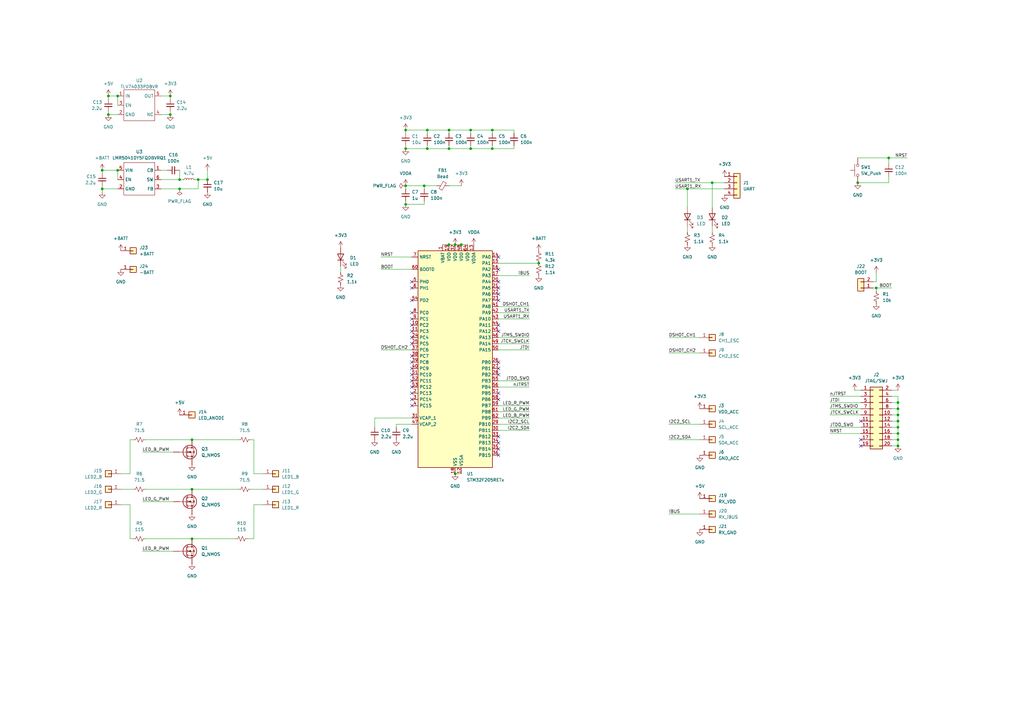
<source format=kicad_sch>
(kicad_sch (version 20250114) (generator "eeschema") (generator_version "9.0")
  (paper "A3")
  (junction (at 166.37 53.34))
  (junction (at 368.3 172.72))
  (junction (at 69.85 46.99))
  (junction (at 193.04 53.34))
  (junction (at 175.26 53.34))
  (junction (at 81.28 73.66))
  (junction (at 186.69 100.33))
  (junction (at 41.91 77.47))
  (junction (at 281.94 77.47))
  (junction (at 201.93 60.96))
  (junction (at 193.04 60.96))
  (junction (at 184.15 100.33))
  (junction (at 85.09 73.66))
  (junction (at 78.74 200.66))
  (junction (at 166.37 76.2))
  (junction (at 359.41 118.11))
  (junction (at 368.3 165.1))
  (junction (at 184.15 60.96))
  (junction (at 364.49 64.77))
  (junction (at 368.3 167.64))
  (junction (at 173.99 76.2))
  (junction (at 41.91 69.85))
  (junction (at 368.3 177.8))
  (junction (at 175.26 60.96))
  (junction (at 48.26 69.85))
  (junction (at 220.98 107.95))
  (junction (at 166.37 83.82))
  (junction (at 69.85 39.37))
  (junction (at 73.66 73.66))
  (junction (at 368.3 175.26))
  (junction (at 78.74 220.98))
  (junction (at 78.74 180.34))
  (junction (at 48.26 39.37))
  (junction (at 44.45 46.99))
  (junction (at 73.66 77.47))
  (junction (at 184.15 53.34))
  (junction (at 351.79 74.93))
  (junction (at 368.3 182.88))
  (junction (at 166.37 60.96))
  (junction (at 201.93 53.34))
  (junction (at 186.69 194.31))
  (junction (at 292.1 74.93))
  (junction (at 368.3 180.34))
  (junction (at 44.45 39.37))
  (junction (at 368.3 170.18))
  (junction (at 189.23 100.33))
  (no_connect (at 204.47 135.89))
  (no_connect (at 204.47 120.65))
  (no_connect (at 204.47 179.07))
  (no_connect (at 168.91 140.97))
  (no_connect (at 168.91 148.59))
  (no_connect (at 168.91 118.11))
  (no_connect (at 204.47 181.61))
  (no_connect (at 168.91 153.67))
  (no_connect (at 353.06 182.88))
  (no_connect (at 168.91 166.37))
  (no_connect (at 204.47 123.19))
  (no_connect (at 204.47 163.83))
  (no_connect (at 204.47 118.11))
  (no_connect (at 204.47 148.59))
  (no_connect (at 204.47 133.35))
  (no_connect (at 168.91 115.57))
  (no_connect (at 204.47 186.69))
  (no_connect (at 204.47 110.49))
  (no_connect (at 204.47 161.29))
  (no_connect (at 204.47 105.41))
  (no_connect (at 168.91 156.21))
  (no_connect (at 168.91 130.81))
  (no_connect (at 168.91 123.19))
  (no_connect (at 168.91 158.75))
  (no_connect (at 204.47 153.67))
  (no_connect (at 204.47 115.57))
  (no_connect (at 168.91 161.29))
  (no_connect (at 168.91 128.27))
  (no_connect (at 168.91 138.43))
  (no_connect (at 353.06 180.34))
  (no_connect (at 168.91 146.05))
  (no_connect (at 204.47 151.13))
  (no_connect (at 353.06 172.72))
  (no_connect (at 168.91 151.13))
  (no_connect (at 168.91 133.35))
  (no_connect (at 204.47 184.15))
  (no_connect (at 168.91 135.89))
  (no_connect (at 168.91 163.83))
  (wire (pts (xy 365.76 182.88) (xy 368.3 182.88)))
  (wire (pts (xy 156.21 110.49) (xy 168.91 110.49)))
  (wire (pts (xy 48.26 39.37) (xy 48.26 43.18)))
  (wire (pts (xy 204.47 168.91) (xy 217.17 168.91)))
  (wire (pts (xy 44.45 46.99) (xy 48.26 46.99)))
  (wire (pts (xy 365.76 172.72) (xy 368.3 172.72)))
  (wire (pts (xy 104.14 194.31) (xy 107.95 194.31)))
  (wire (pts (xy 184.15 53.34) (xy 184.15 54.61)))
  (wire (pts (xy 359.41 118.11) (xy 365.76 118.11)))
  (wire (pts (xy 364.49 64.77) (xy 351.79 64.77)))
  (wire (pts (xy 104.14 207.01) (xy 107.95 207.01)))
  (wire (pts (xy 53.34 220.98) (xy 53.34 207.01)))
  (wire (pts (xy 287.02 144.78) (xy 274.32 144.78)))
  (wire (pts (xy 85.09 69.85) (xy 85.09 73.66)))
  (wire (pts (xy 78.74 180.34) (xy 97.79 180.34)))
  (wire (pts (xy 184.15 76.2) (xy 189.23 76.2)))
  (wire (pts (xy 368.3 180.34) (xy 368.3 182.88)))
  (wire (pts (xy 204.47 130.81) (xy 217.17 130.81)))
  (wire (pts (xy 368.3 160.02) (xy 365.76 160.02)))
  (wire (pts (xy 281.94 85.09) (xy 281.94 77.47)))
  (wire (pts (xy 193.04 53.34) (xy 201.93 53.34)))
  (wire (pts (xy 201.93 60.96) (xy 201.93 59.69)))
  (wire (pts (xy 217.17 138.43) (xy 204.47 138.43)))
  (wire (pts (xy 287.02 138.43) (xy 274.32 138.43)))
  (wire (pts (xy 292.1 74.93) (xy 276.86 74.93)))
  (wire (pts (xy 166.37 53.34) (xy 175.26 53.34)))
  (wire (pts (xy 81.28 73.66) (xy 80.01 73.66)))
  (wire (pts (xy 184.15 53.34) (xy 193.04 53.34)))
  (wire (pts (xy 364.49 72.39) (xy 364.49 74.93)))
  (wire (pts (xy 204.47 171.45) (xy 217.17 171.45)))
  (wire (pts (xy 365.76 177.8) (xy 368.3 177.8)))
  (wire (pts (xy 59.69 220.98) (xy 78.74 220.98)))
  (wire (pts (xy 359.41 111.76) (xy 359.41 115.57)))
  (wire (pts (xy 368.3 177.8) (xy 368.3 180.34)))
  (wire (pts (xy 81.28 77.47) (xy 81.28 73.66)))
  (wire (pts (xy 189.23 100.33) (xy 191.77 100.33)))
  (wire (pts (xy 166.37 76.2) (xy 173.99 76.2)))
  (wire (pts (xy 104.14 180.34) (xy 104.14 194.31)))
  (wire (pts (xy 358.14 118.11) (xy 359.41 118.11)))
  (wire (pts (xy 210.82 54.61) (xy 210.82 53.34)))
  (wire (pts (xy 365.76 162.56) (xy 368.3 162.56)))
  (wire (pts (xy 166.37 60.96) (xy 175.26 60.96)))
  (wire (pts (xy 53.34 180.34) (xy 53.34 194.31)))
  (wire (pts (xy 102.87 200.66) (xy 107.95 200.66)))
  (wire (pts (xy 59.69 180.34) (xy 78.74 180.34)))
  (wire (pts (xy 274.32 180.34) (xy 287.02 180.34)))
  (wire (pts (xy 173.99 76.2) (xy 179.07 76.2)))
  (wire (pts (xy 71.12 185.42) (xy 58.42 185.42)))
  (wire (pts (xy 340.36 177.8) (xy 353.06 177.8)))
  (wire (pts (xy 73.66 77.47) (xy 81.28 77.47)))
  (wire (pts (xy 66.04 73.66) (xy 73.66 73.66)))
  (wire (pts (xy 44.45 45.72) (xy 44.45 46.99)))
  (wire (pts (xy 175.26 60.96) (xy 184.15 60.96)))
  (wire (pts (xy 193.04 53.34) (xy 193.04 54.61)))
  (wire (pts (xy 162.56 175.26) (xy 162.56 173.99)))
  (wire (pts (xy 168.91 171.45) (xy 153.67 171.45)))
  (wire (pts (xy 201.93 53.34) (xy 201.93 54.61)))
  (wire (pts (xy 166.37 60.96) (xy 166.37 59.69)))
  (wire (pts (xy 297.18 74.93) (xy 292.1 74.93)))
  (wire (pts (xy 368.3 172.72) (xy 368.3 175.26)))
  (wire (pts (xy 204.47 113.03) (xy 217.17 113.03)))
  (wire (pts (xy 41.91 76.2) (xy 41.91 77.47)))
  (wire (pts (xy 193.04 60.96) (xy 193.04 59.69)))
  (wire (pts (xy 153.67 171.45) (xy 153.67 175.26)))
  (wire (pts (xy 204.47 128.27) (xy 217.17 128.27)))
  (wire (pts (xy 364.49 64.77) (xy 372.11 64.77)))
  (wire (pts (xy 184.15 100.33) (xy 186.69 100.33)))
  (wire (pts (xy 49.53 194.31) (xy 53.34 194.31)))
  (wire (pts (xy 358.14 115.57) (xy 359.41 115.57)))
  (wire (pts (xy 48.26 69.85) (xy 48.26 73.66)))
  (wire (pts (xy 204.47 166.37) (xy 217.17 166.37)))
  (wire (pts (xy 71.12 205.74) (xy 58.42 205.74)))
  (wire (pts (xy 102.87 180.34) (xy 104.14 180.34)))
  (wire (pts (xy 175.26 53.34) (xy 175.26 54.61)))
  (wire (pts (xy 186.69 100.33) (xy 189.23 100.33)))
  (wire (pts (xy 73.66 69.85) (xy 73.66 73.66)))
  (wire (pts (xy 173.99 76.2) (xy 173.99 77.47)))
  (wire (pts (xy 66.04 39.37) (xy 69.85 39.37)))
  (wire (pts (xy 365.76 167.64) (xy 368.3 167.64)))
  (wire (pts (xy 204.47 125.73) (xy 217.17 125.73)))
  (wire (pts (xy 175.26 60.96) (xy 175.26 59.69)))
  (wire (pts (xy 74.93 73.66) (xy 73.66 73.66)))
  (wire (pts (xy 201.93 60.96) (xy 210.82 60.96)))
  (wire (pts (xy 78.74 200.66) (xy 97.79 200.66)))
  (wire (pts (xy 44.45 39.37) (xy 48.26 39.37)))
  (wire (pts (xy 193.04 60.96) (xy 201.93 60.96)))
  (wire (pts (xy 340.36 162.56) (xy 353.06 162.56)))
  (wire (pts (xy 351.79 74.93) (xy 364.49 74.93)))
  (wire (pts (xy 217.17 176.53) (xy 204.47 176.53)))
  (wire (pts (xy 168.91 143.51) (xy 156.21 143.51)))
  (wire (pts (xy 54.61 180.34) (xy 53.34 180.34)))
  (wire (pts (xy 217.17 143.51) (xy 204.47 143.51)))
  (wire (pts (xy 81.28 73.66) (xy 85.09 73.66)))
  (wire (pts (xy 292.1 74.93) (xy 292.1 85.09)))
  (wire (pts (xy 66.04 77.47) (xy 73.66 77.47)))
  (wire (pts (xy 368.3 167.64) (xy 368.3 170.18)))
  (wire (pts (xy 217.17 173.99) (xy 204.47 173.99)))
  (wire (pts (xy 71.12 226.06) (xy 58.42 226.06)))
  (wire (pts (xy 59.69 200.66) (xy 78.74 200.66)))
  (wire (pts (xy 365.76 180.34) (xy 368.3 180.34)))
  (wire (pts (xy 368.3 170.18) (xy 368.3 172.72)))
  (wire (pts (xy 162.56 173.99) (xy 168.91 173.99)))
  (wire (pts (xy 217.17 156.21) (xy 204.47 156.21)))
  (wire (pts (xy 368.3 175.26) (xy 368.3 177.8)))
  (wire (pts (xy 204.47 158.75) (xy 217.17 158.75)))
  (wire (pts (xy 173.99 83.82) (xy 173.99 82.55)))
  (wire (pts (xy 287.02 210.82) (xy 274.32 210.82)))
  (wire (pts (xy 364.49 64.77) (xy 364.49 67.31)))
  (wire (pts (xy 175.26 53.34) (xy 184.15 53.34)))
  (wire (pts (xy 365.76 175.26) (xy 368.3 175.26)))
  (wire (pts (xy 184.15 60.96) (xy 184.15 59.69)))
  (wire (pts (xy 166.37 53.34) (xy 166.37 54.61)))
  (wire (pts (xy 78.74 220.98) (xy 96.52 220.98)))
  (wire (pts (xy 66.04 46.99) (xy 69.85 46.99)))
  (wire (pts (xy 49.53 200.66) (xy 54.61 200.66)))
  (wire (pts (xy 66.04 69.85) (xy 68.58 69.85)))
  (wire (pts (xy 281.94 77.47) (xy 297.18 77.47)))
  (wire (pts (xy 340.36 175.26) (xy 353.06 175.26)))
  (wire (pts (xy 340.36 170.18) (xy 353.06 170.18)))
  (wire (pts (xy 186.69 194.31) (xy 189.23 194.31)))
  (wire (pts (xy 201.93 53.34) (xy 210.82 53.34)))
  (wire (pts (xy 41.91 77.47) (xy 48.26 77.47)))
  (wire (pts (xy 274.32 173.99) (xy 287.02 173.99)))
  (wire (pts (xy 104.14 220.98) (xy 104.14 207.01)))
  (wire (pts (xy 340.36 165.1) (xy 353.06 165.1)))
  (wire (pts (xy 69.85 39.37) (xy 69.85 40.64)))
  (wire (pts (xy 292.1 95.25) (xy 292.1 92.71)))
  (wire (pts (xy 49.53 207.01) (xy 53.34 207.01)))
  (wire (pts (xy 359.41 119.38) (xy 359.41 118.11)))
  (wire (pts (xy 54.61 220.98) (xy 53.34 220.98)))
  (wire (pts (xy 69.85 46.99) (xy 69.85 45.72)))
  (wire (pts (xy 217.17 140.97) (xy 204.47 140.97)))
  (wire (pts (xy 139.7 109.22) (xy 139.7 111.76)))
  (wire (pts (xy 166.37 83.82) (xy 173.99 83.82)))
  (wire (pts (xy 368.3 162.56) (xy 368.3 165.1)))
  (wire (pts (xy 41.91 71.12) (xy 41.91 69.85)))
  (wire (pts (xy 365.76 165.1) (xy 368.3 165.1)))
  (wire (pts (xy 41.91 69.85) (xy 48.26 69.85)))
  (wire (pts (xy 368.3 165.1) (xy 368.3 167.64)))
  (wire (pts (xy 350.52 160.02) (xy 353.06 160.02)))
  (wire (pts (xy 41.91 78.74) (xy 41.91 77.47)))
  (wire (pts (xy 44.45 39.37) (xy 44.45 40.64)))
  (wire (pts (xy 204.47 107.95) (xy 220.98 107.95)))
  (wire (pts (xy 181.61 100.33) (xy 184.15 100.33)))
  (wire (pts (xy 281.94 95.25) (xy 281.94 92.71)))
  (wire (pts (xy 166.37 77.47) (xy 166.37 76.2)))
  (wire (pts (xy 276.86 77.47) (xy 281.94 77.47)))
  (wire (pts (xy 101.6 220.98) (xy 104.14 220.98)))
  (wire (pts (xy 156.21 105.41) (xy 168.91 105.41)))
  (wire (pts (xy 210.82 59.69) (xy 210.82 60.96)))
  (wire (pts (xy 166.37 83.82) (xy 166.37 82.55)))
  (wire (pts (xy 184.15 60.96) (xy 193.04 60.96)))
  (wire (pts (xy 340.36 167.64) (xy 353.06 167.64)))
  (wire (pts (xy 365.76 170.18) (xy 368.3 170.18)))
  (label "DSHOT_CH2" (at 274.32 144.78 0))
  (label "I2C2_SDA" (at 274.32 180.34 0))
  (label "nJTRST" (at 340.36 162.56 0))
  (label "NRST" (at 372.11 64.77 180))
  (label "JTMS_SWDIO" (at 217.17 138.43 180))
  (label "LED_R_PWM" (at 58.42 226.06 0))
  (label "NRST" (at 340.36 177.8 0))
  (label "I2C2_SCL" (at 274.32 173.99 0))
  (label "I2C2_SDA" (at 217.17 176.53 180))
  (label "LED_R_PWM" (at 217.17 166.37 180))
  (label "LED_B_PWM" (at 58.42 185.42 0))
  (label "iBUS" (at 274.32 210.82 0))
  (label "JTCK_SWCLK" (at 340.36 170.18 0))
  (label "iBUS" (at 217.17 113.03 180))
  (label "LED_G_PWM" (at 58.42 205.74 0))
  (label "JTCK_SWCLK" (at 217.17 140.97 180))
  (label "USART1_RX" (at 217.17 130.81 180))
  (label "JTMS_SWDIO" (at 340.36 167.64 0))
  (label "LED_G_PWM" (at 217.17 168.91 180))
  (label "BOOT" (at 365.76 118.11 180))
  (label "DSHOT_CH1" (at 217.17 125.73 180))
  (label "NRST" (at 156.21 105.41 0))
  (label "nJTRST" (at 217.17 158.75 180))
  (label "DSHOT_CH1" (at 274.32 138.43 0))
  (label "I2C2_SCL" (at 217.17 173.99 180))
  (label "BOOT" (at 156.21 110.49 0))
  (label "JTDO_SWO" (at 217.17 156.21 180))
  (label "JTDO_SWO" (at 340.36 175.26 0))
  (label "JTDI" (at 217.17 143.51 180))
  (label "LED_B_PWM" (at 217.17 171.45 180))
  (label "USART1_TX" (at 276.86 74.93 0))
  (label "USART1_TX" (at 217.17 128.27 180))
  (label "JTDI" (at 340.36 165.1 0))
  (label "DSHOT_CH2" (at 156.21 143.51 0))
  (label "USART1_RX" (at 276.86 77.47 0))
  (symbol (lib_id "power:+5V") (at 44.45 39.37 0) (unit 1)
    (property "Reference" "#PWR036" (effects (hide yes)))
    (property "Value" "+5V" (at 44.45 34.29 0))
    (property "Description" "Power symbol creates a global label with name \"+5V\"" (effects (hide yes)))
  )
  (symbol (lib_id "power:GND") (at 162.56 180.34 0) (unit 1)
    (property "Reference" "#PWR09" (effects (hide yes)))
    (property "Value" "GND" (at 162.56 185.42 0))
    (property "Description" "Power symbol creates a global label with name \"GND\" , ground" (effects (hide yes)))
  )
  (symbol (lib_id "power:+3V3") (at 297.18 72.39 0) (unit 1)
    (property "Reference" "#PWR18" (effects (hide yes)))
    (property "Value" "+3V3" (at 297.18 67.31 0))
    (property "Description" "Power symbol creates a global label with name \"+3V3\"" (effects (hide yes)))
  )
  (symbol (lib_id "power:GND") (at 220.98 113.03 0) (unit 1)
    (property "Reference" "#PWR032" (effects (hide yes)))
    (property "Value" "GND" (at 220.98 118.11 0))
    (property "Description" "Power symbol creates a global label with name \"GND\" , ground" (effects (hide yes)))
  )
  (symbol (lib_id "Device:R_Small_US") (at 281.94 97.79 180) (unit 1)
    (property "Reference" "R3" (at 284.48 96.5199 0) (effects (justify right)))
    (property "Value" "1.1k" (at 284.48 99.0599 0) (effects (justify right)))
    (property "Footprint" "Resistor_SMD:R_0603_1608Metric_Pad0.98x0.95mm_HandSolder" (effects (hide yes)))
    (property "Description" "Resistor, small US symbol" (effects (hide yes)))
  )
  (symbol (lib_id "Device:C_Small") (at 173.99 80.01 0) (unit 1)
    (property "Reference" "C8" (at 176.53 78.7462 0) (effects (justify left)))
    (property "Value" "100n" (at 176.53 81.2862 0) (effects (justify left)))
    (property "Footprint" "Capacitor_SMD:C_0603_1608Metric_Pad1.08x0.95mm_HandSolder" (effects (hide yes)))
    (property "Description" "Unpolarized capacitor, small symbol" (effects (hide yes)))
  )
  (symbol (lib_id "power:GND") (at 139.7 116.84 0) (unit 1)
    (property "Reference" "#PWR012" (effects (hide yes)))
    (property "Value" "GND" (at 139.7 121.92 0))
    (property "Description" "Power symbol creates a global label with name \"GND\" , ground" (effects (hide yes)))
  )
  (symbol (lib_id "Device:C_Small") (at 162.56 177.8 0) (unit 1)
    (property "Reference" "C9" (at 165.1 176.5362 0) (effects (justify left)))
    (property "Value" "2.2u" (at 165.1 179.0762 0) (effects (justify left)))
    (property "Footprint" "Capacitor_SMD:C_0603_1608Metric_Pad1.08x0.95mm_HandSolder" (effects (hide yes)))
    (property "Description" "Unpolarized capacitor, small symbol" (effects (hide yes)))
  )
  (symbol (lib_id "Device:C_Small") (at 201.93 57.15 0) (unit 1)
    (property "Reference" "C5" (at 204.47 55.8862 0) (effects (justify left)))
    (property "Value" "100n" (at 204.47 58.4262 0) (effects (justify left)))
    (property "Footprint" "Capacitor_SMD:C_0603_1608Metric_Pad1.08x0.95mm_HandSolder" (effects (hide yes)))
    (property "Description" "Unpolarized capacitor, small symbol" (effects (hide yes)))
  )
  (symbol (lib_id "power:+3V3") (at 359.41 111.76 0) (unit 1)
    (property "Reference" "#PWR15" (effects (hide yes)))
    (property "Value" "+3V3" (at 359.41 106.68 0))
    (property "Description" "Power symbol creates a global label with name \"+3V3\"" (effects (hide yes)))
  )
  (symbol (lib_id "Connector_Generic:Conn_01x01") (at 292.1 210.82 0) (unit 1)
    (property "Reference" "J20" (at 294.64 209.5499 0) (effects (justify left)))
    (property "Value" "RX_iBUS" (at 294.64 212.0899 0) (effects (justify left)))
    (property "Footprint" "TestPoint:TestPoint_Pad_4.0x4.0mm" (effects (hide yes)))
    (property "Description" "Generic connector, single row, 01x01, script generated (kicad-library-utils/schlib/autogen/connector/)" (effects (hide yes)))
  )
  (symbol (lib_id "power:+BATT") (at 41.91 69.85 0) (unit 1)
    (property "Reference" "#PWR039" (effects (hide yes)))
    (property "Value" "+BATT" (at 41.91 64.77 0))
    (property "Description" "Power symbol creates a global label with name \"+BATT\"" (effects (hide yes)))
  )
  (symbol (lib_id "power:GND") (at 287.02 186.69 0) (unit 1)
    (property "Reference" "#PWR029" (effects (hide yes)))
    (property "Value" "GND" (at 287.02 191.77 0))
    (property "Description" "Power symbol creates a global label with name \"GND\" , ground" (effects (hide yes)))
  )
  (symbol (lib_id "power:GND") (at 78.74 190.5 0) (unit 1)
    (property "Reference" "#PWR028" (effects (hide yes)))
    (property "Value" "GND" (at 78.74 195.58 0))
    (property "Description" "Power symbol creates a global label with name \"GND\" , ground" (effects (hide yes)))
  )
  (symbol (lib_id "Connector_Generic:Conn_01x01") (at 78.74 170.18 0) (unit 1)
    (property "Reference" "J14" (at 81.28 168.9099 0) (effects (justify left)))
    (property "Value" "LED_ANODE" (at 81.28 171.4499 0) (effects (justify left)))
    (property "Footprint" "TestPoint:TestPoint_Pad_4.0x4.0mm" (effects (hide yes)))
    (property "Description" "Generic connector, single row, 01x01, script generated (kicad-library-utils/schlib/autogen/connector/)" (effects (hide yes)))
  )
  (symbol (lib_id "Device:R_Small_US") (at 99.06 220.98 270) (unit 1)
    (property "Reference" "R10" (at 99.06 214.63 90))
    (property "Value" "115" (at 99.06 217.17 90))
    (property "Footprint" "Resistor_SMD:R_0603_1608Metric_Pad0.98x0.95mm_HandSolder" (effects (hide yes)))
    (property "Description" "Resistor, small US symbol" (effects (hide yes)))
  )
  (symbol (lib_id "MCU_ST_STM32F2:STM32F205RETx") (at 186.69 148.59 0) (unit 1)
    (property "Reference" "U1" (at 191.4241 194.31 0) (effects (justify left)))
    (property "Value" "STM32F205RETx" (at 191.4241 196.85 0) (effects (justify left)))
    (property "Footprint" "Package_QFP:LQFP-64_10x10mm_P0.5mm" (effects (hide yes)))
    (property "Datasheet" "https://www.st.com/resource/en/datasheet/stm32f205re.pdf" (effects (hide yes)))
    (property "Description" "STMicroelectronics Arm Cortex-M3 MCU, 512KB flash, 128KB RAM, 120 MHz, 1.8-3.6V, 51 GPIO, LQFP64" (effects (hide yes)))
  )
  (symbol (lib_id "Device:C_Small") (at 85.09 76.2 0) (unit 1)
    (property "Reference" "C17" (at 87.63 74.9362 0) (effects (justify left)))
    (property "Value" "10u" (at 87.63 77.4762 0) (effects (justify left)))
    (property "Footprint" "Capacitor_SMD:C_0603_1608Metric_Pad1.08x0.95mm_HandSolder" (effects (hide yes)))
    (property "Description" "Unpolarized capacitor, small symbol" (effects (hide yes)))
  )
  (symbol (lib_id "Connector_Generic:Conn_01x01") (at 292.1 186.69 0) (unit 1)
    (property "Reference" "J6" (at 294.64 185.4199 0) (effects (justify left)))
    (property "Value" "GND_ACC" (at 294.64 187.9599 0) (effects (justify left)))
    (property "Footprint" "TestPoint:TestPoint_Pad_4.0x4.0mm" (effects (hide yes)))
    (property "Description" "Generic connector, single row, 01x01, script generated (kicad-library-utils/schlib/autogen/connector/)" (effects (hide yes)))
  )
  (symbol (lib_id "Connector_Generic:Conn_01x01") (at 292.1 180.34 0) (unit 1)
    (property "Reference" "J5" (at 294.64 179.0699 0) (effects (justify left)))
    (property "Value" "SDA_ACC" (at 294.64 181.6099 0) (effects (justify left)))
    (property "Footprint" "TestPoint:TestPoint_Pad_4.0x4.0mm" (effects (hide yes)))
    (property "Description" "Generic connector, single row, 01x01, script generated (kicad-library-utils/schlib/autogen/connector/)" (effects (hide yes)))
  )
  (symbol (lib_id "Device:C_Small") (at 175.26 57.15 0) (unit 1)
    (property "Reference" "C2" (at 177.8 55.8862 0) (effects (justify left)))
    (property "Value" "100n" (at 177.8 58.4262 0) (effects (justify left)))
    (property "Footprint" "Capacitor_SMD:C_0603_1608Metric_Pad1.08x0.95mm_HandSolder" (effects (hide yes)))
    (property "Description" "Unpolarized capacitor, small symbol" (effects (hide yes)))
  )
  (symbol (lib_id "power:GND") (at 153.67 180.34 0) (unit 1)
    (property "Reference" "#PWR010" (effects (hide yes)))
    (property "Value" "GND" (at 153.67 185.42 0))
    (property "Description" "Power symbol creates a global label with name \"GND\" , ground" (effects (hide yes)))
  )
  (symbol (lib_id "Connector_Generic:Conn_01x01") (at 113.03 207.01 0) (unit 1)
    (property "Reference" "J13" (at 115.57 205.7399 0) (effects (justify left)))
    (property "Value" "LED1_R" (at 115.57 208.2799 0) (effects (justify left)))
    (property "Footprint" "TestPoint:TestPoint_Pad_4.0x4.0mm" (effects (hide yes)))
    (property "Description" "Generic connector, single row, 01x01, script generated (kicad-library-utils/schlib/autogen/connector/)" (effects (hide yes)))
  )
  (symbol (lib_id "power:GND") (at 85.09 78.74 0) (unit 1)
    (property "Reference" "#PWR044" (effects (hide yes)))
    (property "Value" "GND" (at 85.09 83.82 0))
    (property "Description" "Power symbol creates a global label with name \"GND\" , ground" (effects (hide yes)))
  )
  (symbol (lib_id "Connector_Generic:Conn_01x01") (at 292.1 204.47 0) (unit 1)
    (property "Reference" "J19" (at 294.64 203.1999 0) (effects (justify left)))
    (property "Value" "RX_VDD" (at 294.64 205.7399 0) (effects (justify left)))
    (property "Footprint" "TestPoint:TestPoint_Pad_4.0x4.0mm" (effects (hide yes)))
    (property "Description" "Generic connector, single row, 01x01, script generated (kicad-library-utils/schlib/autogen/connector/)" (effects (hide yes)))
  )
  (symbol (lib_id "power:+3V3") (at 189.23 76.2 0) (unit 1)
    (property "Reference" "#PWR8" (effects (hide yes)))
    (property "Value" "+3V3" (at 189.23 71.12 0))
    (property "Description" "Power symbol creates a global label with name \"+3V3\"" (effects (hide yes)))
  )
  (symbol (lib_id "power:GND") (at 78.74 231.14 0) (unit 1)
    (property "Reference" "#PWR026" (effects (hide yes)))
    (property "Value" "GND" (at 78.74 236.22 0))
    (property "Description" "Power symbol creates a global label with name \"GND\" , ground" (effects (hide yes)))
  )
  (symbol (lib_id "Device:FerriteBead_Small") (at 181.61 76.2 90) (unit 1)
    (property "Reference" "FB1" (at 181.5719 69.85 90))
    (property "Value" "Bead" (at 181.5719 72.39 90))
    (property "Footprint" "Inductor_SMD:L_0603_1608Metric_Pad1.05x0.95mm_HandSolder" (effects (hide yes)))
    (property "Description" "Ferrite bead, small symbol" (effects (hide yes)))
  )
  (symbol (lib_id "Connector_Generic:Conn_02x10_Odd_Even") (at 358.14 170.18 0) (unit 1)
    (property "Reference" "J2" (at 359.41 153.67 0))
    (property "Value" "JTAG/SWJ" (at 359.41 156.21 0))
    (property "Footprint" "Connector_Wuerth:Wuerth_WR-BHD_61202021621_P2.54mm_Vertical" (effects (hide yes)))
    (property "Description" "Generic connector, double row, 02x10, odd/even pin numbering scheme (row 1 odd numbers, row 2 even numbers), script generated (kicad-library-utils/schlib/autogen/connector/)" (effects (hide yes)))
  )
  (symbol (lib_id "power:PWR_FLAG") (at 73.66 77.47 180) (unit 1)
    (property "Reference" "#FLG01" (effects (hide yes)))
    (property "Value" "PWR_FLAG" (at 73.66 82.55 0))
    (property "Description" "Special symbol for telling ERC where power comes from" (effects (hide yes)))
  )
  (symbol (lib_id "Connector_Generic:Conn_01x01") (at 44.45 207.01 0) (mirror y) (unit 1)
    (property "Reference" "J17" (at 41.91 205.7399 0) (effects (justify left)))
    (property "Value" "LED2_R" (at 41.91 208.2799 0) (effects (justify left)))
    (property "Footprint" "TestPoint:TestPoint_Pad_4.0x4.0mm" (effects (hide yes)))
    (property "Description" "Generic connector, single row, 01x01, script generated (kicad-library-utils/schlib/autogen/connector/)" (effects (hide yes)))
  )
  (symbol (lib_id "power:GND") (at 359.41 124.46 0) (unit 1)
    (property "Reference" "#PWR016" (effects (hide yes)))
    (property "Value" "GND" (at 359.41 129.54 0))
    (property "Description" "Power symbol creates a global label with name \"GND\" , ground" (effects (hide yes)))
  )
  (symbol (lib_id "Device:C_Small") (at 184.15 57.15 0) (unit 1)
    (property "Reference" "C3" (at 186.69 55.8862 0) (effects (justify left)))
    (property "Value" "100n" (at 186.69 58.4262 0) (effects (justify left)))
    (property "Footprint" "Capacitor_SMD:C_0603_1608Metric_Pad1.08x0.95mm_HandSolder" (effects (hide yes)))
    (property "Description" "Unpolarized capacitor, small symbol" (effects (hide yes)))
  )
  (symbol (lib_id "power:+5V") (at 85.09 69.85 0) (unit 1)
    (property "Reference" "#PWR040" (effects (hide yes)))
    (property "Value" "+5V" (at 85.09 64.77 0))
    (property "Description" "Power symbol creates a global label with name \"+5V\"" (effects (hide yes)))
  )
  (symbol (lib_id "Connector_Generic:Conn_01x01") (at 54.61 102.87 0) (unit 1)
    (property "Reference" "J23" (at 57.15 101.5999 0) (effects (justify left)))
    (property "Value" "+BATT" (at 57.15 104.1399 0) (effects (justify left)))
    (property "Footprint" "TestPoint:TestPoint_Pad_4.0x4.0mm" (effects (hide yes)))
    (property "Description" "Generic connector, single row, 01x01, script generated (kicad-library-utils/schlib/autogen/connector/)" (effects (hide yes)))
  )
  (symbol (lib_id "power:GND") (at 166.37 83.82 0) (unit 1)
    (property "Reference" "#PWR07" (effects (hide yes)))
    (property "Value" "GND" (at 166.37 88.9 0))
    (property "Description" "Power symbol creates a global label with name \"GND\" , ground" (effects (hide yes)))
  )
  (symbol (lib_id "Device:R_Small_US") (at 359.41 121.92 180) (unit 1)
    (property "Reference" "R1" (at 361.95 120.6499 0) (effects (justify right)))
    (property "Value" "10k" (at 361.95 123.1899 0) (effects (justify right)))
    (property "Footprint" "Resistor_SMD:R_0603_1608Metric_Pad0.98x0.95mm_HandSolder" (effects (hide yes)))
    (property "Description" "Resistor, small US symbol" (effects (hide yes)))
  )
  (symbol (lib_id "Device:C_Small") (at 166.37 80.01 0) (unit 1)
    (property "Reference" "C7" (at 168.91 78.7462 0) (effects (justify left)))
    (property "Value" "1u" (at 168.91 81.2862 0) (effects (justify left)))
    (property "Footprint" "Capacitor_SMD:C_0603_1608Metric_Pad1.08x0.95mm_HandSolder" (effects (hide yes)))
    (property "Description" "Unpolarized capacitor, small symbol" (effects (hide yes)))
  )
  (symbol (lib_id "power:+3V3") (at 350.52 160.02 0) (unit 1)
    (property "Reference" "#PWR19" (effects (hide yes)))
    (property "Value" "+3V3" (at 350.52 154.94 0))
    (property "Description" "Power symbol creates a global label with name \"+3V3\"" (effects (hide yes)))
  )
  (symbol (lib_id "Device:R_Small_US") (at 139.7 114.3 180) (unit 1)
    (property "Reference" "R2" (at 142.24 113.0299 0) (effects (justify right)))
    (property "Value" "1.1k" (at 142.24 115.5699 0) (effects (justify right)))
    (property "Footprint" "Resistor_SMD:R_0603_1608Metric_Pad0.98x0.95mm_HandSolder" (effects (hide yes)))
    (property "Description" "Resistor, small US symbol" (effects (hide yes)))
  )
  (symbol (lib_id "Device:LED") (at 292.1 88.9 90) (unit 1)
    (property "Reference" "D2" (at 295.91 89.2174 90) (effects (justify right)))
    (property "Value" "LED" (at 295.91 91.7574 90) (effects (justify right)))
    (property "Footprint" "Diode_SMD:D_0603_1608Metric_Pad1.05x0.95mm_HandSolder" (effects (hide yes)))
    (property "Description" "Light emitting diode" (effects (hide yes)))
  )
  (symbol (lib_id "power:GND") (at 69.85 46.99 0) (unit 1)
    (property "Reference" "#PWR042" (effects (hide yes)))
    (property "Value" "GND" (at 69.85 52.07 0))
    (property "Description" "Power symbol creates a global label with name \"GND\" , ground" (effects (hide yes)))
  )
  (symbol (lib_id "Device:L_Small") (at 77.47 73.66 90) (unit 1)
    (property "Reference" "L1" (at 77.47 68.58 90))
    (property "Value" "4.7u" (at 77.47 71.12 90))
    (property "Footprint" "Inductor_SMD:L_1008_2520Metric_Pad1.43x2.20mm_HandSolder" (effects (hide yes)))
    (property "Description" "Inductor, small symbol" (effects (hide yes)))
  )
  (symbol (lib_id "Device:R_Small_US") (at 220.98 105.41 180) (unit 1)
    (property "Reference" "R11" (at 223.52 104.1399 0) (effects (justify right)))
    (property "Value" "4.3k" (at 223.52 106.6799 0) (effects (justify right)))
    (property "Footprint" "Resistor_SMD:R_0603_1608Metric_Pad0.98x0.95mm_HandSolder" (effects (hide yes)))
    (property "Description" "Resistor, small US symbol" (effects (hide yes)))
  )
  (symbol (lib_id "power:+5V") (at 287.02 204.47 0) (unit 1)
    (property "Reference" "#PWR034" (effects (hide yes)))
    (property "Value" "+5V" (at 287.02 199.39 0))
    (property "Description" "Power symbol creates a global label with name \"+5V\"" (effects (hide yes)))
  )
  (symbol (lib_id "Connector_Generic:Conn_01x01") (at 292.1 138.43 0) (unit 1)
    (property "Reference" "J8" (at 294.64 137.1599 0) (effects (justify left)))
    (property "Value" "CH1_ESC" (at 294.64 139.6999 0) (effects (justify left)))
    (property "Footprint" "TestPoint:TestPoint_Pad_4.0x4.0mm" (effects (hide yes)))
    (property "Description" "Generic connector, single row, 01x01, script generated (kicad-library-utils/schlib/autogen/connector/)" (effects (hide yes)))
  )
  (symbol (lib_name "Q_NMOS_1") (lib_id "Device:Q_NMOS") (at 76.2 226.06 0) (unit 1)
    (property "Reference" "Q1" (at 82.55 224.7899 0) (effects (justify left)))
    (property "Value" "Q_NMOS" (at 82.55 227.3299 0) (effects (justify left)))
    (property "Footprint" "Package_TO_SOT_SMD:SOT-23" (effects (hide yes)))
    (property "Description" "N-MOSFET transistor" (effects (hide yes)))
  )
  (symbol (lib_id "power:GND") (at 351.79 74.93 0) (unit 1)
    (property "Reference" "#PWR014" (effects (hide yes)))
    (property "Value" "GND" (at 351.79 80.01 0))
    (property "Description" "Power symbol creates a global label with name \"GND\" , ground" (effects (hide yes)))
  )
  (symbol (lib_id "power:GND") (at 49.53 110.49 0) (unit 1)
    (property "Reference" "#PWR048" (effects (hide yes)))
    (property "Value" "GND" (at 49.53 115.57 0))
    (property "Description" "Power symbol creates a global label with name \"GND\" , ground" (effects (hide yes)))
  )
  (symbol (lib_id "power:+3V3") (at 287.02 167.64 0) (unit 1)
    (property "Reference" "#PWR25" (effects (hide yes)))
    (property "Value" "+3V3" (at 287.02 162.56 0))
    (property "Description" "Power symbol creates a global label with name \"+3V3\"" (effects (hide yes)))
  )
  (symbol (lib_id "Device:R_Small_US") (at 100.33 180.34 270) (unit 1)
    (property "Reference" "R8" (at 100.33 173.99 90))
    (property "Value" "71.5" (at 100.33 176.53 90))
    (property "Footprint" "Resistor_SMD:R_0603_1608Metric_Pad0.98x0.95mm_HandSolder" (effects (hide yes)))
    (property "Description" "Resistor, small US symbol" (effects (hide yes)))
  )
  (symbol (lib_id "power:GND") (at 41.91 78.74 0) (unit 1)
    (property "Reference" "#PWR043" (effects (hide yes)))
    (property "Value" "GND" (at 41.91 83.82 0))
    (property "Description" "Power symbol creates a global label with name \"GND\" , ground" (effects (hide yes)))
  )
  (symbol (lib_id "power:GND") (at 297.18 80.01 0) (unit 1)
    (property "Reference" "#PWR017" (effects (hide yes)))
    (property "Value" "GND" (at 297.18 85.09 0))
    (property "Description" "Power symbol creates a global label with name \"GND\" , ground" (effects (hide yes)))
  )
  (symbol (lib_id "power:GND") (at 44.45 46.99 0) (unit 1)
    (property "Reference" "#PWR037" (effects (hide yes)))
    (property "Value" "GND" (at 44.45 52.07 0))
    (property "Description" "Power symbol creates a global label with name \"GND\" , ground" (effects (hide yes)))
  )
  (symbol (lib_id "power:GND") (at 78.74 210.82 0) (unit 1)
    (property "Reference" "#PWR027" (effects (hide yes)))
    (property "Value" "GND" (at 78.74 215.9 0))
    (property "Description" "Power symbol creates a global label with name \"GND\" , ground" (effects (hide yes)))
  )
  (symbol (lib_id "Connector_Generic:Conn_01x01") (at 292.1 144.78 0) (unit 1)
    (property "Reference" "J9" (at 294.64 143.5099 0) (effects (justify left)))
    (property "Value" "CH2_ESC" (at 294.64 146.0499 0) (effects (justify left)))
    (property "Footprint" "TestPoint:TestPoint_Pad_4.0x4.0mm" (effects (hide yes)))
    (property "Description" "Generic connector, single row, 01x01, script generated (kicad-library-utils/schlib/autogen/connector/)" (effects (hide yes)))
  )
  (symbol (lib_id "Device:C_Small") (at 41.91 73.66 0) (mirror y) (unit 1)
    (property "Reference" "C15" (at 39.37 72.3962 0) (effects (justify left)))
    (property "Value" "2.2u" (at 39.37 74.9362 0) (effects (justify left)))
    (property "Footprint" "Capacitor_SMD:C_0603_1608Metric_Pad1.08x0.95mm_HandSolder" (effects (hide yes)))
    (property "Description" "Unpolarized capacitor, small symbol" (effects (hide yes)))
  )
  (symbol (lib_name "Q_NMOS_1") (lib_id "Device:Q_NMOS") (at 76.2 205.74 0) (unit 1)
    (property "Reference" "Q2" (at 82.55 204.4699 0) (effects (justify left)))
    (property "Value" "Q_NMOS" (at 82.55 207.0099 0) (effects (justify left)))
    (property "Footprint" "Package_TO_SOT_SMD:SOT-23" (effects (hide yes)))
    (property "Description" "N-MOSFET transistor" (effects (hide yes)))
  )
  (symbol (lib_id "Device:C_Small") (at 364.49 69.85 0) (unit 1)
    (property "Reference" "C12" (at 367.03 68.5862 0) (effects (justify left)))
    (property "Value" "100n" (at 367.03 71.1262 0) (effects (justify left)))
    (property "Footprint" "Capacitor_SMD:C_0603_1608Metric_Pad1.08x0.95mm_HandSolder" (effects (hide yes)))
    (property "Description" "Unpolarized capacitor, small symbol" (effects (hide yes)))
  )
  (symbol (lib_id "Connector_Generic:Conn_01x01") (at 292.1 173.99 0) (unit 1)
    (property "Reference" "J4" (at 294.64 172.7199 0) (effects (justify left)))
    (property "Value" "SCL_ACC" (at 294.64 175.2599 0) (effects (justify left)))
    (property "Footprint" "TestPoint:TestPoint_Pad_4.0x4.0mm" (effects (hide yes)))
    (property "Description" "Generic connector, single row, 01x01, script generated (kicad-library-utils/schlib/autogen/connector/)" (effects (hide yes)))
  )
  (symbol (lib_id "power:+3V3") (at 186.69 100.33 0) (unit 1)
    (property "Reference" "#PWR1" (effects (hide yes)))
    (property "Value" "+3V3" (at 186.69 95.25 0))
    (property "Description" "Power symbol creates a global label with name \"+3V3\"" (effects (hide yes)))
  )
  (symbol (lib_id "power:VDDA") (at 194.31 100.33 0) (unit 1)
    (property "Reference" "#PWR031" (effects (hide yes)))
    (property "Value" "VDDA" (at 194.31 95.25 0))
    (property "Description" "Power symbol creates a global label with name \"VDDA\"" (effects (hide yes)))
  )
  (symbol (lib_id "Connector_Generic:Conn_01x04") (at 302.26 74.93 0) (unit 1)
    (property "Reference" "J1" (at 304.8 74.9299 0) (effects (justify left)))
    (property "Value" "UART" (at 304.8 77.4699 0) (effects (justify left)))
    (property "Footprint" "Connector_PinHeader_2.54mm:PinHeader_1x04_P2.54mm_Vertical" (effects (hide yes)))
    (property "Description" "Generic connector, single row, 01x04, script generated (kicad-library-utils/schlib/autogen/connector/)" (effects (hide yes)))
  )
  (symbol (lib_id "Device:R_Small_US") (at 292.1 97.79 180) (unit 1)
    (property "Reference" "R4" (at 294.64 96.5199 0) (effects (justify right)))
    (property "Value" "1.1k" (at 294.64 99.0599 0) (effects (justify right)))
    (property "Footprint" "Resistor_SMD:R_0603_1608Metric_Pad0.98x0.95mm_HandSolder" (effects (hide yes)))
    (property "Description" "Resistor, small US symbol" (effects (hide yes)))
  )
  (symbol (lib_id "Device:R_Small_US") (at 57.15 220.98 270) (unit 1)
    (property "Reference" "R5" (at 57.15 214.63 90))
    (property "Value" "115" (at 57.15 217.17 90))
    (property "Footprint" "Resistor_SMD:R_0603_1608Metric_Pad0.98x0.95mm_HandSolder" (effects (hide yes)))
    (property "Description" "Resistor, small US symbol" (effects (hide yes)))
  )
  (symbol (lib_id "power:GND") (at 166.37 60.96 0) (unit 1)
    (property "Reference" "#PWR05" (effects (hide yes)))
    (property "Value" "GND" (at 166.37 66.04 0))
    (property "Description" "Power symbol creates a global label with name \"GND\" , ground" (effects (hide yes)))
  )
  (symbol (lib_id "power:GND") (at 287.02 217.17 0) (unit 1)
    (property "Reference" "#PWR035" (effects (hide yes)))
    (property "Value" "GND" (at 287.02 222.25 0))
    (property "Description" "Power symbol creates a global label with name \"GND\" , ground" (effects (hide yes)))
  )
  (symbol (lib_id "Regulator_Switching:LMR50410Y5FQDBVRQ1") (at 57.15 71.12 0) (unit 1)
    (property "Reference" "U3" (at 57.15 62.23 0))
    (property "Value" "LMR50410Y5FQDBVRQ1" (at 57.15 64.77 0))
    (property "Footprint" "Package_TO_SOT_SMD:SOT-23-6_Handsoldering" (effects (hide yes)))
  )
  (symbol (lib_id "power:PWR_FLAG") (at 166.37 76.2 90) (unit 1)
    (property "Reference" "#FLG02" (effects (hide yes)))
    (property "Value" "PWR_FLAG" (at 162.56 76.1999 90) (effects (justify left)))
    (property "Description" "Special symbol for telling ERC where power comes from" (effects (hide yes)))
  )
  (symbol (lib_id "power:GND") (at 292.1 100.33 0) (unit 1)
    (property "Reference" "#PWR022" (effects (hide yes)))
    (property "Value" "GND" (at 292.1 105.41 0))
    (property "Description" "Power symbol creates a global label with name \"GND\" , ground" (effects (hide yes)))
  )
  (symbol (lib_id "Device:C_Small") (at 153.67 177.8 0) (unit 1)
    (property "Reference" "C10" (at 156.21 176.5362 0) (effects (justify left)))
    (property "Value" "2.2u" (at 156.21 179.0762 0) (effects (justify left)))
    (property "Footprint" "Capacitor_SMD:C_0603_1608Metric_Pad1.08x0.95mm_HandSolder" (effects (hide yes)))
    (property "Description" "Unpolarized capacitor, small symbol" (effects (hide yes)))
  )
  (symbol (lib_id "Connector_Generic:Conn_01x01") (at 292.1 217.17 0) (unit 1)
    (property "Reference" "J21" (at 294.64 215.8999 0) (effects (justify left)))
    (property "Value" "RX_GND" (at 294.64 218.4399 0) (effects (justify left)))
    (property "Footprint" "TestPoint:TestPoint_Pad_4.0x4.0mm" (effects (hide yes)))
    (property "Description" "Generic connector, single row, 01x01, script generated (kicad-library-utils/schlib/autogen/connector/)" (effects (hide yes)))
  )
  (symbol (lib_id "power:VDDA") (at 166.37 76.2 0) (unit 1)
    (property "Reference" "#PWR024" (effects (hide yes)))
    (property "Value" "VDDA" (at 166.37 71.12 0))
    (property "Description" "Power symbol creates a global label with name \"VDDA\"" (effects (hide yes)))
  )
  (symbol (lib_id "Switch:SW_Push") (at 351.79 69.85 90) (unit 1)
    (property "Reference" "SW1" (at 353.06 68.5799 90) (effects (justify right)))
    (property "Value" "SW_Push" (at 353.06 71.1199 90) (effects (justify right)))
    (property "Footprint" "Button_Switch_THT:SW_PUSH_6mm" (effects (hide yes)))
    (property "Description" "Push button switch, generic, two pins" (effects (hide yes)))
  )
  (symbol (lib_id "Device:C_Small") (at 210.82 57.15 180) (unit 1)
    (property "Reference" "C6" (at 213.36 55.8735 0) (effects (justify right)))
    (property "Value" "100n" (at 213.36 58.4135 0) (effects (justify right)))
    (property "Footprint" "Capacitor_SMD:C_0603_1608Metric_Pad1.08x0.95mm_HandSolder" (effects (hide yes)))
    (property "Description" "Unpolarized capacitor, small symbol" (effects (hide yes)))
  )
  (symbol (lib_id "Connector_Generic:Conn_01x01") (at 292.1 167.64 0) (unit 1)
    (property "Reference" "J3" (at 294.64 166.3699 0) (effects (justify left)))
    (property "Value" "VDD_ACC" (at 294.64 168.9099 0) (effects (justify left)))
    (property "Footprint" "TestPoint:TestPoint_Pad_4.0x4.0mm" (effects (hide yes)))
    (property "Description" "Generic connector, single row, 01x01, script generated (kicad-library-utils/schlib/autogen/connector/)" (effects (hide yes)))
  )
  (symbol (lib_id "Device:R_Small_US") (at 57.15 200.66 270) (unit 1)
    (property "Reference" "R6" (at 57.15 194.31 90))
    (property "Value" "71.5" (at 57.15 196.85 90))
    (property "Footprint" "Resistor_SMD:R_0603_1608Metric_Pad0.98x0.95mm_HandSolder" (effects (hide yes)))
    (property "Description" "Resistor, small US symbol" (effects (hide yes)))
  )
  (symbol (lib_id "power:+BATT") (at 220.98 102.87 0) (unit 1)
    (property "Reference" "#PWR033" (effects (hide yes)))
    (property "Value" "+BATT" (at 220.98 97.79 0))
    (property "Description" "Power symbol creates a global label with name \"+BATT\"" (effects (hide yes)))
  )
  (symbol (lib_id "Device:C_Small") (at 69.85 43.18 0) (unit 1)
    (property "Reference" "C14" (at 72.39 41.9162 0) (effects (justify left)))
    (property "Value" "2.2u" (at 72.39 44.4562 0) (effects (justify left)))
    (property "Footprint" "Capacitor_SMD:C_0603_1608Metric_Pad1.08x0.95mm_HandSolder" (effects (hide yes)))
    (property "Description" "Unpolarized capacitor, small symbol" (effects (hide yes)))
  )
  (symbol (lib_id "Device:C_Small") (at 166.37 57.15 0) (unit 1)
    (property "Reference" "C1" (at 168.91 55.8862 0) (effects (justify left)))
    (property "Value" "10u" (at 168.91 58.4262 0) (effects (justify left)))
    (property "Footprint" "Capacitor_SMD:C_0603_1608Metric_Pad1.08x0.95mm_HandSolder" (effects (hide yes)))
    (property "Description" "Unpolarized capacitor, small symbol" (effects (hide yes)))
  )
  (symbol (lib_id "Regulator_Linear:TLV74033PDBVR") (at 57.15 43.18 0) (unit 1)
    (property "Reference" "U2" (at 57.15 33.02 0))
    (property "Value" "TLV74033PDBVR" (at 57.15 35.56 0))
    (property "Footprint" "Package_TO_SOT_SMD:SOT-23-5" (effects (hide yes)))
  )
  (symbol (lib_id "power:+3V3") (at 368.3 160.02 0) (unit 1)
    (property "Reference" "#PWR20" (effects (hide yes)))
    (property "Value" "+3V3" (at 368.3 154.94 0))
    (property "Description" "Power symbol creates a global label with name \"+3V3\"" (effects (hide yes)))
  )
  (symbol (lib_id "power:+BATT") (at 49.53 102.87 0) (unit 1)
    (property "Reference" "#PWR047" (effects (hide yes)))
    (property "Value" "+BATT" (at 49.53 97.79 0))
    (property "Description" "Power symbol creates a global label with name \"+BATT\"" (effects (hide yes)))
  )
  (symbol (lib_id "Device:R_Small_US") (at 220.98 110.49 180) (unit 1)
    (property "Reference" "R12" (at 223.52 109.2199 0) (effects (justify right)))
    (property "Value" "1.1k" (at 223.52 111.7599 0) (effects (justify right)))
    (property "Footprint" "Resistor_SMD:R_0603_1608Metric_Pad0.98x0.95mm_HandSolder" (effects (hide yes)))
    (property "Description" "Resistor, small US symbol" (effects (hide yes)))
  )
  (symbol (lib_id "Connector_Generic:Conn_01x01") (at 44.45 194.31 0) (mirror y) (unit 1)
    (property "Reference" "J15" (at 41.91 193.0399 0) (effects (justify left)))
    (property "Value" "LED2_B" (at 41.91 195.5799 0) (effects (justify left)))
    (property "Footprint" "TestPoint:TestPoint_Pad_4.0x4.0mm" (effects (hide yes)))
    (property "Description" "Generic connector, single row, 01x01, script generated (kicad-library-utils/schlib/autogen/connector/)" (effects (hide yes)))
  )
  (symbol (lib_id "power:GND") (at 186.69 194.31 0) (unit 1)
    (property "Reference" "#PWR03" (effects (hide yes)))
    (property "Value" "GND" (at 186.69 199.39 0))
    (property "Description" "Power symbol creates a global label with name \"GND\" , ground" (effects (hide yes)))
  )
  (symbol (lib_id "power:+3V3") (at 69.85 39.37 0) (unit 1)
    (property "Reference" "#PWR038" (effects (hide yes)))
    (property "Value" "+3V3" (at 69.85 34.29 0))
    (property "Description" "Power symbol creates a global label with name \"+3V3\"" (effects (hide yes)))
  )
  (symbol (lib_name "Q_NMOS_1") (lib_id "Device:Q_NMOS") (at 76.2 185.42 0) (unit 1)
    (property "Reference" "Q3" (at 82.55 184.1499 0) (effects (justify left)))
    (property "Value" "Q_NMOS" (at 82.55 186.6899 0) (effects (justify left)))
    (property "Footprint" "Package_TO_SOT_SMD:SOT-23" (effects (hide yes)))
    (property "Description" "N-MOSFET transistor" (effects (hide yes)))
  )
  (symbol (lib_id "Connector_Generic:Conn_01x01") (at 54.61 110.49 0) (unit 1)
    (property "Reference" "J24" (at 57.15 109.2199 0) (effects (justify left)))
    (property "Value" "-BATT" (at 57.15 111.7599 0) (effects (justify left)))
    (property "Footprint" "TestPoint:TestPoint_Pad_4.0x4.0mm" (effects (hide yes)))
    (property "Description" "Generic connector, single row, 01x01, script generated (kicad-library-utils/schlib/autogen/connector/)" (effects (hide yes)))
  )
  (symbol (lib_id "power:+3V3") (at 166.37 53.34 0) (unit 1)
    (property "Reference" "#PWR4" (effects (hide yes)))
    (property "Value" "+3V3" (at 166.37 48.26 0))
    (property "Description" "Power symbol creates a global label with name \"+3V3\"" (effects (hide yes)))
  )
  (symbol (lib_id "power:GND") (at 368.3 182.88 0) (unit 1)
    (property "Reference" "#PWR021" (effects (hide yes)))
    (property "Value" "GND" (at 368.3 187.96 0))
    (property "Description" "Power symbol creates a global label with name \"GND\" , ground" (effects (hide yes)))
  )
  (symbol (lib_id "Device:R_Small_US") (at 57.15 180.34 270) (unit 1)
    (property "Reference" "R7" (at 57.15 173.99 90))
    (property "Value" "71.5" (at 57.15 176.53 90))
    (property "Footprint" "Resistor_SMD:R_0603_1608Metric_Pad0.98x0.95mm_HandSolder" (effects (hide yes)))
    (property "Description" "Resistor, small US symbol" (effects (hide yes)))
  )
  (symbol (lib_id "Connector_Generic:Conn_01x01") (at 44.45 200.66 0) (mirror y) (unit 1)
    (property "Reference" "J16" (at 41.91 199.3899 0) (effects (justify left)))
    (property "Value" "LED2_G" (at 41.91 201.9299 0) (effects (justify left)))
    (property "Footprint" "TestPoint:TestPoint_Pad_4.0x4.0mm" (effects (hide yes)))
    (property "Description" "Generic connector, single row, 01x01, script generated (kicad-library-utils/schlib/autogen/connector/)" (effects (hide yes)))
  )
  (symbol (lib_id "Device:C_Small") (at 44.45 43.18 0) (mirror y) (unit 1)
    (property "Reference" "C13" (at 41.91 41.9162 0) (effects (justify left)))
    (property "Value" "2.2u" (at 41.91 44.4562 0) (effects (justify left)))
    (property "Footprint" "Capacitor_SMD:C_0603_1608Metric_Pad1.08x0.95mm_HandSolder" (effects (hide yes)))
    (property "Description" "Unpolarized capacitor, small symbol" (effects (hide yes)))
  )
  (symbol (lib_id "Device:C_Small") (at 193.04 57.15 0) (unit 1)
    (property "Reference" "C4" (at 195.58 55.8862 0) (effects (justify left)))
    (property "Value" "100n" (at 195.58 58.4262 0) (effects (justify left)))
    (property "Footprint" "Capacitor_SMD:C_0603_1608Metric_Pad1.08x0.95mm_HandSolder" (effects (hide yes)))
    (property "Description" "Unpolarized capacitor, small symbol" (effects (hide yes)))
  )
  (symbol (lib_id "power:GND") (at 281.94 100.33 0) (unit 1)
    (property "Reference" "#PWR013" (effects (hide yes)))
    (property "Value" "GND" (at 281.94 105.41 0))
    (property "Description" "Power symbol creates a global label with name \"GND\" , ground" (effects (hide yes)))
  )
  (symbol (lib_id "Device:LED") (at 281.94 88.9 90) (unit 1)
    (property "Reference" "D3" (at 285.75 89.2174 90) (effects (justify right)))
    (property "Value" "LED" (at 285.75 91.7574 90) (effects (justify right)))
    (property "Footprint" "Diode_SMD:D_0603_1608Metric_Pad1.05x0.95mm_HandSolder" (effects (hide yes)))
    (property "Description" "Light emitting diode" (effects (hide yes)))
  )
  (symbol (lib_id "Connector_Generic:Conn_01x01") (at 113.03 200.66 0) (unit 1)
    (property "Reference" "J12" (at 115.57 199.3899 0) (effects (justify left)))
    (property "Value" "LED1_G" (at 115.57 201.9299 0) (effects (justify left)))
    (property "Footprint" "TestPoint:TestPoint_Pad_4.0x4.0mm" (effects (hide yes)))
    (property "Description" "Generic connector, single row, 01x01, script generated (kicad-library-utils/schlib/autogen/connector/)" (effects (hide yes)))
  )
  (symbol (lib_id "Device:LED") (at 139.7 105.41 90) (unit 1)
    (property "Reference" "D1" (at 143.51 105.7274 90) (effects (justify right)))
    (property "Value" "LED" (at 143.51 108.2674 90) (effects (justify right)))
    (property "Footprint" "Diode_SMD:D_0603_1608Metric_Pad1.05x0.95mm_HandSolder" (effects (hide yes)))
    (property "Description" "Light emitting diode" (effects (hide yes)))
  )
  (symbol (lib_id "Connector_Generic:Conn_01x01") (at 113.03 194.31 0) (unit 1)
    (property "Reference" "J11" (at 115.57 193.0399 0) (effects (justify left)))
    (property "Value" "LED1_B" (at 115.57 195.5799 0) (effects (justify left)))
    (property "Footprint" "TestPoint:TestPoint_Pad_4.0x4.0mm" (effects (hide yes)))
    (property "Description" "Generic connector, single row, 01x01, script generated (kicad-library-utils/schlib/autogen/connector/)" (effects (hide yes)))
  )
  (symbol (lib_id "Connector_Generic:Conn_01x02") (at 353.06 118.11 180) (unit 1)
    (property "Reference" "J22" (at 353.06 109.22 0))
    (property "Value" "BOOT" (at 353.06 111.76 0))
    (property "Footprint" "Connector_PinHeader_2.54mm:PinHeader_1x02_P2.54mm_Vertical" (effects (hide yes)))
    (property "Description" "Generic connector, single row, 01x02, script generated (kicad-library-utils/schlib/autogen/connector/)" (effects (hide yes)))
  )
  (symbol (lib_id "power:+5V") (at 73.66 170.18 0) (unit 1)
    (property "Reference" "#PWR06" (effects (hide yes)))
    (property "Value" "+5V" (at 73.66 165.1 0))
    (property "Description" "Power symbol creates a global label with name \"+5V\"" (effects (hide yes)))
  )
  (symbol (lib_id "Device:C_Small") (at 71.12 69.85 90) (unit 1)
    (property "Reference" "C16" (at 71.1263 63.5 90))
    (property "Value" "100n" (at 71.1263 66.04 90))
    (property "Footprint" "Capacitor_SMD:C_0603_1608Metric_Pad1.08x0.95mm_HandSolder" (effects (hide yes)))
    (property "Description" "Unpolarized capacitor, small symbol" (effects (hide yes)))
  )
  (symbol (lib_id "power:+3V3") (at 139.7 101.6 0) (unit 1)
    (property "Reference" "#PWR11" (effects (hide yes)))
    (property "Value" "+3V3" (at 139.7 96.52 0))
    (property "Description" "Power symbol creates a global label with name \"+3V3\"" (effects (hide yes)))
  )
  (symbol (lib_id "Device:R_Small_US") (at 100.33 200.66 270) (unit 1)
    (property "Reference" "R9" (at 100.33 194.31 90))
    (property "Value" "71.5" (at 100.33 196.85 90))
    (property "Footprint" "Resistor_SMD:R_0603_1608Metric_Pad0.98x0.95mm_HandSolder" (effects (hide yes)))
    (property "Description" "Resistor, small US symbol" (effects (hide yes)))
  )
)
</source>
